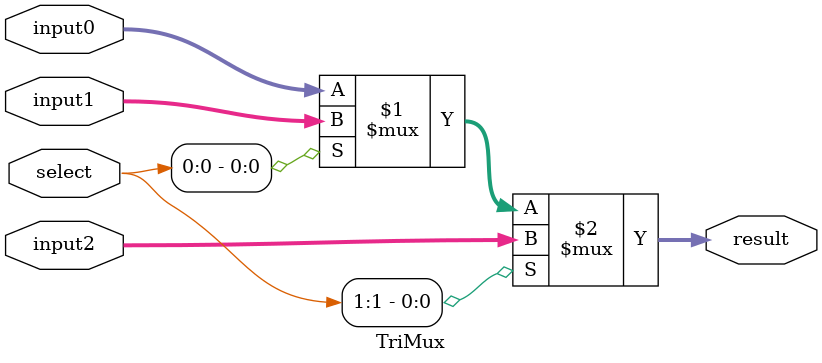
<source format=v>
module TriMux(
    input [31:0] input0,
    input [31:0] input1,
    input [31:0] input2,
    input [1:0] select,
    output [31:0] result
);
    assign result = select[1]? input2 : (select[0]? input1 : input0);
endmodule
</source>
